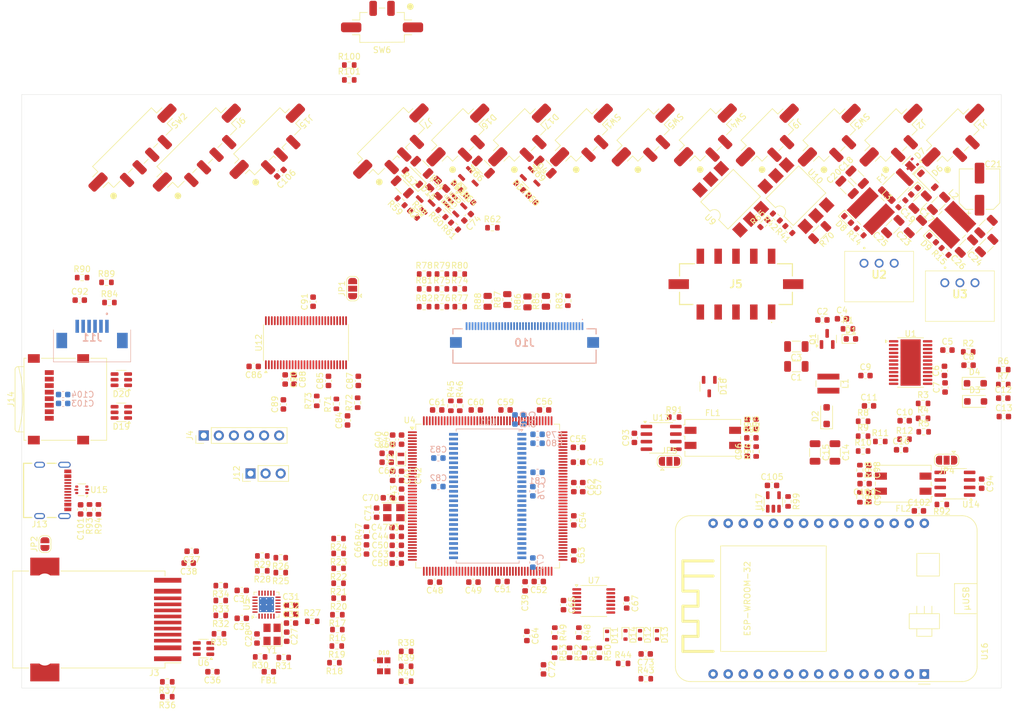
<source format=kicad_pcb>
(kicad_pcb
	(version 20241229)
	(generator "pcbnew")
	(generator_version "9.0")
	(general
		(thickness 1.6)
		(legacy_teardrops no)
	)
	(paper "A4")
	(layers
		(0 "F.Cu" signal)
		(4 "In1.Cu" power)
		(6 "In2.Cu" power)
		(2 "B.Cu" signal)
		(9 "F.Adhes" user "F.Adhesive")
		(11 "B.Adhes" user "B.Adhesive")
		(13 "F.Paste" user)
		(15 "B.Paste" user)
		(5 "F.SilkS" user "F.Silkscreen")
		(7 "B.SilkS" user "B.Silkscreen")
		(1 "F.Mask" user)
		(3 "B.Mask" user)
		(17 "Dwgs.User" user "User.Drawings")
		(19 "Cmts.User" user "User.Comments")
		(21 "Eco1.User" user "User.Eco1")
		(23 "Eco2.User" user "User.Eco2")
		(25 "Edge.Cuts" user)
		(27 "Margin" user)
		(31 "F.CrtYd" user "F.Courtyard")
		(29 "B.CrtYd" user "B.Courtyard")
		(35 "F.Fab" user)
		(33 "B.Fab" user)
		(39 "User.1" user)
		(41 "User.2" user)
		(43 "User.3" user)
		(45 "User.4" user)
		(47 "User.5" user)
		(49 "User.6" user)
		(51 "User.7" user)
		(53 "User.8" user)
		(55 "User.9" user)
	)
	(setup
		(stackup
			(layer "F.SilkS"
				(type "Top Silk Screen")
			)
			(layer "F.Paste"
				(type "Top Solder Paste")
			)
			(layer "F.Mask"
				(type "Top Solder Mask")
				(thickness 0.01)
			)
			(layer "F.Cu"
				(type "copper")
				(thickness 0.035)
			)
			(layer "dielectric 1"
				(type "prepreg")
				(thickness 0.1)
				(material "FR4")
				(epsilon_r 4.5)
				(loss_tangent 0.02)
			)
			(layer "In1.Cu"
				(type "copper")
				(thickness 0.035)
			)
			(layer "dielectric 2"
				(type "core")
				(thickness 1.24)
				(material "FR4")
				(epsilon_r 4.5)
				(loss_tangent 0.02)
			)
			(layer "In2.Cu"
				(type "copper")
				(thickness 0.035)
			)
			(layer "dielectric 3"
				(type "prepreg")
				(thickness 0.1)
				(material "FR4")
				(epsilon_r 4.5)
				(loss_tangent 0.02)
			)
			(layer "B.Cu"
				(type "copper")
				(thickness 0.035)
			)
			(layer "B.Mask"
				(type "Bottom Solder Mask")
				(thickness 0.01)
			)
			(layer "B.Paste"
				(type "Bottom Solder Paste")
			)
			(layer "B.SilkS"
				(type "Bottom Silk Screen")
			)
			(copper_finish "None")
			(dielectric_constraints no)
		)
		(pad_to_mask_clearance 0)
		(allow_soldermask_bridges_in_footprints no)
		(tenting front back)
		(pcbplotparams
			(layerselection 0x00000000_00000000_55555555_5755f5ff)
			(plot_on_all_layers_selection 0x00000000_00000000_00000000_00000000)
			(disableapertmacros no)
			(usegerberextensions no)
			(usegerberattributes yes)
			(usegerberadvancedattributes yes)
			(creategerberjobfile yes)
			(dashed_line_dash_ratio 12.000000)
			(dashed_line_gap_ratio 3.000000)
			(svgprecision 4)
			(plotframeref no)
			(mode 1)
			(useauxorigin no)
			(hpglpennumber 1)
			(hpglpenspeed 20)
			(hpglpendiameter 15.000000)
			(pdf_front_fp_property_popups yes)
			(pdf_back_fp_property_popups yes)
			(pdf_metadata yes)
			(pdf_single_document no)
			(dxfpolygonmode yes)
			(dxfimperialunits yes)
			(dxfusepcbnewfont yes)
			(psnegative no)
			(psa4output no)
			(plot_black_and_white yes)
			(plotinvisibletext no)
			(sketchpadsonfab no)
			(plotpadnumbers no)
			(hidednponfab no)
			(sketchdnponfab yes)
			(crossoutdnponfab yes)
			(subtractmaskfromsilk no)
			(outputformat 1)
			(mirror no)
			(drillshape 1)
			(scaleselection 1)
			(outputdirectory "")
		)
	)
	(net 0 "")
	(net 1 "+3V3_FER")
	(net 2 "Earth")
	(net 3 "/Ethernet/LED_G")
	(net 4 "/Ethernet/LED_Y")
	(net 5 "GND")
	(net 6 "+3V3")
	(net 7 "+5V")
	(net 8 "/Power/3V3_Display")
	(net 9 "Net-(C5-Pad2)")
	(net 10 "Net-(U1-COMP)")
	(net 11 "Net-(U1-C1+)")
	(net 12 "Net-(U1-C1-)")
	(net 13 "Net-(U1-C2+)")
	(net 14 "Net-(U1-C2-)")
	(net 15 "Net-(U1-DRV)")
	(net 16 "Net-(U1-FB1)")
	(net 17 "Net-(U1-REF)")
	(net 18 "Net-(U1-VCOMIN)")
	(net 19 "+24V")
	(net 20 "Net-(U3-VI)")
	(net 21 "Net-(U2-VI)")
	(net 22 "/Peripherals/V_{ref}")
	(net 23 "Net-(D1-A)")
	(net 24 "Net-(D15-K)")
	(net 25 "/IEC_Charging_Circuit/CP")
	(net 26 "/IEC_Charging_Circuit/PP")
	(net 27 "Net-(J10-Pin_1)")
	(net 28 "/Core/EV_Start_Charging")
	(net 29 "/Display/LCD_VGL")
	(net 30 "Net-(Q1-B)")
	(net 31 "Net-(Q2-G)")
	(net 32 "Net-(U1-FB3)")
	(net 33 "Net-(U1-FB2)")
	(net 34 "/IEC_Charging_Circuit/PWM_SENSE")
	(net 35 "/Core/Charging_Point_PWM")
	(net 36 "/Core/~{IMD_Error_LED}")
	(net 37 "/SDRAM/D9")
	(net 38 "/SDRAM/A11")
	(net 39 "/Core/~{AMS_Error_LED}")
	(net 40 "/SDRAM/D0")
	(net 41 "unconnected-(U4B-PC13-Pad8)")
	(net 42 "unconnected-(U4B-PD4-Pad146)")
	(net 43 "/Core/PCAP_RST")
	(net 44 "/Display/B5")
	(net 45 "unconnected-(U4B-PI8-Pad7)")
	(net 46 "/SDRAM/D14")
	(net 47 "/SDRAM/D2")
	(net 48 "/SDRAM/D4")
	(net 49 "/Core/OSC_in")
	(net 50 "/Core/SWCLK")
	(net 51 "unconnected-(U4B-PG3-Pad107)")
	(net 52 "/Display/R2")
	(net 53 "/SDRAM/A3")
	(net 54 "/SDRAM/D13")
	(net 55 "/Core/LCD_Reset")
	(net 56 "/Display/R0")
	(net 57 "/SDRAM/A2")
	(net 58 "/Display/R7")
	(net 59 "/Display/B4")
	(net 60 "/Core/AMS_Reset_in")
	(net 61 "/Core/AMS_Reset_out")
	(net 62 "/Core/SDC_out")
	(net 63 "/SDRAM/A0")
	(net 64 "unconnected-(U4B-PF8-Pad26)")
	(net 65 "/SDRAM/SDNE0")
	(net 66 "/Core/SWDIO")
	(net 67 "/SDRAM/A10")
	(net 68 "unconnected-(U4B-PC10-Pad139)")
	(net 69 "/Display/G0")
	(net 70 "/SDRAM/BA0")
	(net 71 "/Ethernet/RMII_TX_EN")
	(net 72 "/Core/NRST")
	(net 73 "/SDRAM/D12")
	(net 74 "/SDRAM/NBL0")
	(net 75 "/Display/B0")
	(net 76 "unconnected-(U4B-PD3-Pad145)")
	(net 77 "/Display/G2")
	(net 78 "/Display/R1")
	(net 79 "unconnected-(U4B-PI9-Pad11)")
	(net 80 "/SDRAM/SDNWE")
	(net 81 "/Ethernet/RMII_RXD1")
	(net 82 "/SDRAM/A9")
	(net 83 "/SDRAM/D11")
	(net 84 "unconnected-(U4B-PI6-Pad175)")
	(net 85 "/Display/DE")
	(net 86 "/Display/G3")
	(net 87 "/Display/CLK")
	(net 88 "/Peripherals/USART_RX")
	(net 89 "unconnected-(U4B-PB5-Pad163)")
	(net 90 "unconnected-(U4B-PI3-Pad134)")
	(net 91 "/Peripherals/USB_OTG_VBUS")
	(net 92 "/SDRAM/A4")
	(net 93 "/Display/B3")
	(net 94 "/Peripherals/SDMMC_D0")
	(net 95 "/SDRAM/D15")
	(net 96 "/SDRAM/D3")
	(net 97 "/Display/G4")
	(net 98 "/SDRAM/A7")
	(net 99 "/SDRAM/A12")
	(net 100 "Net-(U4F-BOOT0)")
	(net 101 "unconnected-(U4B-PD7-Pad151)")
	(net 102 "/Display/G7")
	(net 103 "/Core/LED_B")
	(net 104 "/Ethernet/RMII_MDIO")
	(net 105 "/Display/G1")
	(net 106 "/Display/R6")
	(net 107 "/SDRAM/D6")
	(net 108 "/SDRAM/A1")
	(net 109 "/SDRAM/D8")
	(net 110 "/Display/B6")
	(net 111 "/Display/R4")
	(net 112 "/Core/OSC_out")
	(net 113 "unconnected-(U4B-PA15-Pad138)")
	(net 114 "/SDRAM/A5")
	(net 115 "/Display/G6")
	(net 116 "/Peripherals/ESP_RX")
	(net 117 "unconnected-(U4B-PF9-Pad27)")
	(net 118 "/Display/G5")
	(net 119 "/Core/LED_G")
	(net 120 "/Display/R5")
	(net 121 "unconnected-(U4B-PE2-Pad1)")
	(net 122 "/Ethernet/RMII_TXD1")
	(net 123 "/SDRAM/D5")
	(net 124 "/Peripherals/SDMMC_CMD")
	(net 125 "/SDRAM/D1")
	(net 126 "Net-(U4A-VREF+)")
	(net 127 "/Display/B1")
	(net 128 "/Display/B7")
	(net 129 "unconnected-(U4B-PD11-Pad99)")
	(net 130 "/Ethernet/RMII_MDC")
	(net 131 "unconnected-(U4B-PE3-Pad2)")
	(net 132 "/Core/OSC32_in")
	(net 133 "/SDRAM/SDCLK")
	(net 134 "/Peripherals/USART_TX")
	(net 135 "unconnected-(U4B-PA10-Pad121)")
	(net 136 "/Core/LED_R")
	(net 137 "/SDRAM/SDCKE0")
	(net 138 "/Ethernet/RMII_RXD0")
	(net 139 "unconnected-(U4B-PC11-Pad140)")
	(net 140 "/Ethernet/RMII_CRS_DV")
	(net 141 "/Core/TRACESWO")
	(net 142 "/Display/HSYNC")
	(net 143 "/Ethernet/RMII_TXD0")
	(net 144 "/SDRAM/D10")
	(net 145 "/SDRAM/SDNCAS")
	(net 146 "/Display/R3")
	(net 147 "/Core/OSC32_out")
	(net 148 "/Display/VSYNC")
	(net 149 "/SDRAM/D7")
	(net 150 "unconnected-(U4B-PG9-Pad152)")
	(net 151 "/SDRAM/BA1")
	(net 152 "/SDRAM/SDNRAS")
	(net 153 "/SDRAM/A6")
	(net 154 "/SDRAM/NBL1")
	(net 155 "/Display/B2")
	(net 156 "/Ethernet/RMII_REF_CLK")
	(net 157 "/SDRAM/A8")
	(net 158 "unconnected-(U4B-PB2-Pad58)")
	(net 159 "/Ethernet/XTAL2")
	(net 160 "/Ethernet/XTAL1")
	(net 161 "/Peripherals/ESP_TX")
	(net 162 "/Peripherals/STM_CAN_TX")
	(net 163 "/Peripherals/STM_CAN_RX")
	(net 164 "/Peripherals/SDMMC_CK")
	(net 165 "/Peripherals/ESP_CAN_RX")
	(net 166 "/SDC_and_SCS/RSD_in")
	(net 167 "/SDC_and_SCS/RSD_out")
	(net 168 "/Core/CANH")
	(net 169 "/Core/CANL")
	(net 170 "/Peripherals/ESP_CAN_TX")
	(net 171 "/Display/LCD_VGH")
	(net 172 "Net-(D5-A)")
	(net 173 "Net-(D9-A)")
	(net 174 "/Core/SDC_in")
	(net 175 "Net-(Q3-G)")
	(net 176 "Net-(Q4-G)")
	(net 177 "/Core/SDC_enable")
	(net 178 "/Display/I2C_SDA")
	(net 179 "/Display/I2C_SCL")
	(net 180 "/Display/LCD_SELB")
	(net 181 "VDD")
	(net 182 "/Display/LCD_STBYB")
	(net 183 "Net-(J1-Pin_1)")
	(net 184 "/Display/LCD_U{slash}D")
	(net 185 "/Display/LCD_L{slash}R")
	(net 186 "/Display/RXIN0-")
	(net 187 "/Display/RXCLKIN+")
	(net 188 "/Display/RXIN0+")
	(net 189 "/Display/RXIN2-")
	(net 190 "/Display/RXIN1-")
	(net 191 "/Display/RXIN2+")
	(net 192 "/Display/RXIN3+")
	(net 193 "/Display/RXIN3-")
	(net 194 "/Display/RXIN1+")
	(net 195 "/Display/RXCLKIN-")
	(net 196 "Net-(J2-Pin_1)")
	(net 197 "Net-(U4F-PDR_ON)")
	(net 198 "/Peripherals/SDMMC_D1")
	(net 199 "/Peripherals/SDMMC_D2")
	(net 200 "/Peripherals/SDMMC_D3")
	(net 201 "/Core/SDC_Voltage")
	(net 202 "/Core/TSAL_Green")
	(net 203 "/Core/TS_on")
	(net 204 "/Peripherals/USB_OTG_DP")
	(net 205 "/Peripherals/USB_OTG_DN")
	(net 206 "/Peripherals/D-")
	(net 207 "/Peripherals/D+")
	(net 208 "/Core/PCAP_Int")
	(net 209 "/Display/LCD_VDD")
	(net 210 "/Core/Encoder_push")
	(net 211 "/Core/Encoder_A")
	(net 212 "/Core/Encoder_B")
	(net 213 "/Ethernet/RXN")
	(net 214 "/Ethernet/TXN")
	(net 215 "/Ethernet/RXP")
	(net 216 "/Ethernet/TXP")
	(net 217 "/Core/SDC_on")
	(net 218 "/Core/EncB_on")
	(net 219 "/Core/EncPush_on")
	(net 220 "/Core/EncA_on")
	(net 221 "Net-(D16-A)")
	(net 222 "Net-(D16-K)")
	(net 223 "Net-(D17-K)")
	(net 224 "Net-(D17-A)")
	(net 225 "/Display/LCD_AVDD")
	(net 226 "/Display/VCOM")
	(net 227 "Net-(D7-K)")
	(net 228 "unconnected-(U4B-PH9-Pad86)")
	(net 229 "unconnected-(U4B-PH6-Pad83)")
	(net 230 "unconnected-(U4B-PH7-Pad84)")
	(net 231 "Net-(D3-A)")
	(net 232 "Net-(J13-CC2)")
	(net 233 "Net-(U5-VDDCR)")
	(net 234 "Net-(C39-Pad1)")
	(net 235 "Net-(C45-Pad1)")
	(net 236 "Net-(D11-K)")
	(net 237 "Net-(D12-K)")
	(net 238 "Net-(D13-K)")
	(net 239 "Net-(D14-K)")
	(net 240 "Net-(U15-VBUS)")
	(net 241 "Net-(D2-A)")
	(net 242 "Net-(D8-A)")
	(net 243 "Net-(D10-BK)")
	(net 244 "Net-(D10-GK)")
	(net 245 "Net-(D10-RK)")
	(net 246 "Net-(D11-A)")
	(net 247 "Net-(U13-CANH)")
	(net 248 "Net-(U13-CANL)")
	(net 249 "Net-(U14-CANH)")
	(net 250 "Net-(U14-CANL)")
	(net 251 "Net-(J3-Pad11)")
	(net 252 "Net-(J3-Pad2)")
	(net 253 "unconnected-(J3-NC-Pad9)")
	(net 254 "Net-(J5-Pin_2)")
	(net 255 "Net-(J13-CC1)")
	(net 256 "unconnected-(J10-Pin_27-Pad27)")
	(net 257 "unconnected-(J10-Pin_36-Pad36)")
	(net 258 "Net-(J10-Pin_35)")
	(net 259 "unconnected-(J10-Pin_24-Pad24)")
	(net 260 "unconnected-(J10-Pin_26-Pad26)")
	(net 261 "unconnected-(J10-Pin_4-Pad4)")
	(net 262 "Net-(J10-Pin_38)")
	(net 263 "unconnected-(J10-Pin_23-Pad23)")
	(net 264 "Net-(J10-Pin_29)")
	(net 265 "unconnected-(J10-Pin_37-Pad37)")
	(net 266 "unconnected-(J13-SBU2-PadB8)")
	(net 267 "unconnected-(J13-SBU1-PadA8)")
	(net 268 "Net-(Q2-D)")
	(net 269 "Net-(R29-Pad1)")
	(net 270 "Net-(J15-Pin_2)")
	(net 271 "Net-(JP4-C)")
	(net 272 "Net-(JP5-C)")
	(net 273 "Net-(R3-Pad2)")
	(net 274 "Net-(R8-Pad2)")
	(net 275 "Net-(U5-TXD0)")
	(net 276 "Net-(U5-TXD1)")
	(net 277 "Net-(U5-TXEN)")
	(net 278 "Net-(U5-RXD0{slash}MODE0)")
	(net 279 "Net-(U5-RXD1{slash}MODE1)")
	(net 280 "Net-(U5-CRS_DV{slash}MODE2)")
	(net 281 "Net-(U5-MDIO)")
	(net 282 "Net-(U5-MDC)")
	(net 283 "Net-(U5-~{INT}{slash}REFCLKO)")
	(net 284 "Net-(U5-RXER{slash}PHYAD0)")
	(net 285 "Net-(U5-RBIAS)")
	(net 286 "Net-(U8--)")
	(net 287 "/Ethernet/RMII_nRST")
	(net 288 "Net-(R65-Pad1)")
	(net 289 "Net-(R70-Pad2)")
	(net 290 "Net-(U12-CLKSEL)")
	(net 291 "Net-(U12-~{SHTDN})")
	(net 292 "Net-(R74-Pad2)")
	(net 293 "Net-(R75-Pad2)")
	(net 294 "Net-(U13-Rs)")
	(net 295 "Net-(U14-Rs)")
	(net 296 "Net-(U16-D21)")
	(net 297 "unconnected-(U7-Pad12)")
	(net 298 "unconnected-(U7-Pad10)")
	(net 299 "unconnected-(U9-Pad3)")
	(net 300 "unconnected-(U10-Pad3)")
	(net 301 "unconnected-(U10-Pad5)")
	(net 302 "unconnected-(U11-NC-Pad40)")
	(net 303 "unconnected-(U16-D26-Pad7)")
	(net 304 "unconnected-(U16-D2-Pad27)")
	(net 305 "unconnected-(U16-VIN-Pad1)")
	(net 306 "unconnected-(U16-D34-Pad12)")
	(net 307 "unconnected-(U16-D39{slash}VN-Pad13)")
	(net 308 "unconnected-(U16-D19-Pad21)")
	(net 309 "unconnected-(U16-D36{slash}VP-Pad14)")
	(net 310 "unconnected-(U16-TX0{slash}D1-Pad18)")
	(net 311 "unconnected-(U16-D14-Pad5)")
	(net 312 "unconnected-(U16-D25-Pad8)")
	(net 313 "unconnected-(U16-D15-Pad28)")
	(net 314 "unconnected-(U16-D13-Pad3)")
	(net 315 "unconnected-(U16-D23-Pad16)")
	(net 316 "unconnected-(U16-D27-Pad6)")
	(net 317 "unconnected-(U16-EN-Pad15)")
	(net 318 "unconnected-(U16-D33-Pad9)")
	(net 319 "unconnected-(U16-D22-Pad17)")
	(net 320 "unconnected-(U16-D35-Pad11)")
	(net 321 "unconnected-(U16-D18-Pad22)")
	(net 322 "unconnected-(U16-D12-Pad4)")
	(net 323 "unconnected-(U16-D32-Pad10)")
	(net 324 "unconnected-(U16-RX0{slash}D3-Pad19)")
	(net 325 "unconnected-(U17-NC-Pad1)")
	(footprint "Capacitor_SMD:C_1206_3216Metric" (layer "F.Cu") (at 218 62.3 45))
	(footprint "Capacitor_SMD:C_0603_1608Metric" (layer "F.Cu") (at 206.3 96.41))
	(footprint "Package_SO:SOIC-8_3.9x4.9mm_P1.27mm" (layer "F.Cu") (at 220.76 109.525 180))
	(footprint "Resistor_SMD:R_0603_1608Metric" (layer "F.Cu") (at 73.825 74.8))
	(footprint "Resistor_SMD:R_0603_1608Metric" (layer "F.Cu") (at 107.265 121.99 180))
	(footprint "Capacitor_SMD:C_0603_1608Metric" (layer "F.Cu") (at 108.01 91.9625 -90))
	(footprint "Capacitor_SMD:C_1206_3216Metric" (layer "F.Cu") (at 226.1 69.4 45))
	(footprint "Capacitor_SMD:C_0603_1608Metric" (layer "F.Cu") (at 154.862501 129.975 -90))
	(footprint "Resistor_SMD:R_0603_1608Metric" (layer "F.Cu") (at 137.4 79.7))
	(footprint "Capacitor_SMD:C_0603_1608Metric" (layer "F.Cu") (at 211.7 103.81))
	(footprint "Charger:ESP32-WROOM-32-DevKit-30Pin" (layer "F.Cu") (at 215.61 141.585 90))
	(footprint "Inductor_SMD:L_Wuerth_WE-PD2-Typ-MS" (layer "F.Cu") (at 206.6 63.6 -45))
	(footprint "Package_TO_SOT_SMD:SOT-23-3" (layer "F.Cu") (at 149.578751 58.078751 -45))
	(footprint "Resistor_SMD:R_0603_1608Metric" (layer "F.Cu") (at 97.165 131.71 180))
	(footprint "Package_DIP:SMDIP-6_W9.53mm" (layer "F.Cu") (at 183 61.6 135))
	(footprint "FaSTTUBe_connectors:Micro_Mate-N-Lok_2p_vertical" (layer "F.Cu") (at 220.4 50.8 -135))
	(footprint "Resistor_SMD:R_0603_1608Metric" (layer "F.Cu") (at 187.3 99.5 90))
	(footprint "Resistor_SMD:R_0603_1608Metric" (layer "F.Cu") (at 118.8 38.99))
	(footprint "Diode_SMD:D_SOD-123" (layer "F.Cu") (at 216.2 58.4 -45))
	(footprint "Inductor_SMD:L_0603_1608Metric" (layer "F.Cu") (at 105.265 141.2 180))
	(footprint "Resistor_SMD:R_0603_1608Metric" (layer "F.Cu") (at 75.07 113.85 -90))
	(footprint "Inductor_SMD:L_Wuerth_WE-PD2-Typ-MS" (layer "F.Cu") (at 220.3 65.9 45))
	(footprint "LED_SMD:LED_0603_1608Metric" (layer "F.Cu") (at 213.956847 60.243153 -135))
	(footprint "Capacitor_SMD:CP_Elec_6.3x7.7" (layer "F.Cu") (at 224.9 59.9 90))
	(footprint "Capacitor_SMD:C_0603_1608Metric" (layer "F.Cu") (at 206.26 107.215 90))
	(footprint "LED_SMD:LED_0603_1608Metric" (layer "F.Cu") (at 203.25 85.135))
	(footprint "Resistor_SMD:R_0603_1608Metric" (layer "F.Cu") (at 88.165 145.41 180))
	(footprint "Resistor_SMD:R_0603_1608Metric" (layer "F.Cu") (at 139.078751 61.578751 -45))
	(footprint "Capacitor_SMD:C_1206_3216Metric" (layer "F.Cu") (at 194.0625 86.41 180))
	(footprint "Resistor_SMD:R_0603_1608Metric" (layer "F.Cu") (at 228.9 90.3))
	(footprint "Resistor_SMD:R_0603_1608Metric" (layer "F.Cu") (at 147.478751 59.478751 -45))
	(footprint "Capacitor_SMD:C_0603_1608Metric" (layer "F.Cu") (at 126.8 116.9))
	(footprint "Charger:173010542" (layer "F.Cu") (at 208 74.3))
	(footprint "FaSTTUBe_connectors:Micro_Mate-N-Lok_2p_vertical" (layer "F.Cu") (at 178.757502 50.757502 -135))
	(footprint "Resistor_SMD:R_0603_1608Metric" (layer "F.Cu") (at 129.621249 64.130437 -45))
	(footprint "Capacitor_SMD:C_0603_1608Metric" (layer "F.Cu") (at 140.1 97.1 180))
	(footprint "Resistor_SMD:R_0603_1608Metric" (layer "F.Cu") (at 116.7 136.87 180))
	(footprint "Jumper:SolderJumper-3_P1.3mm_Open_RoundedPad1.0x1.5mm"
		(layer "F.Cu")
		(uuid "29de3857-4c24-4207-87a7-be0ffcfd669c")
		(at 172.699998 105.757501)
		(descr "SMD Solder 3-pad Jumper, 1x1.5mm rounded Pads, 0.3mm gap, open")
		(tags "solder jumper open")
		(property "Reference" "JP5"
			(at 0 -1.8 0)
			(layer "F.SilkS")
			(uuid "aeeb1c00-2647-4d9f-b162-9845488d80e0")
			(effects
				(font
					(size 1 1)
					(thickness 0.15)
				)
			)
		)
		(property "Value" "SolderJumper_3_Open"
			(at 0 1.9 0)
			(layer "F.Fab")
			(uuid "1099a699-2d13-4088-9388-4e45b0a7c912")
			(effects
				(font
					(size 1 1)
					(thickness 0.15)
				)
			)
		)
		(property "Datasheet" ""
			(at 0 0 0)
			(unlocked yes)
			(layer "F.Fab")
			(hide yes)
			(uuid "ed21f349-0b60-4762-a228-594b6ed12ee9")
			(effects
				(font
					(size 1.27 1.27)
					(thickness 0.15)
				)
			)
		)
		(property "Description" ""
			(at 0 0 0)
			(unlocked yes)
			(layer "F.Fab")
			(hide yes)
			(uuid "fb5383e5-5b60-4bcd-8d91-366afae31da4")
			(effects
				(font
					(size 1.27 1.27)
					(thickness 0.15)
				)
			)
		)
		(property ki_fp_filters "SolderJumper*Open*")
		(path "/80927836-8e39-47ea-8430-ab9d018fcb5d/62cf95ef-c754-4abd-bde5-8b306ca72c4c")
		(sheetname "/Peripherals/")
		(sheetfile "Peripherals.kicad_sch")
		(zone_connect 1)
		(attr exclude_from_pos_files)
		(fp_line
			(start -2.05 0.3)
			(end -2.05 -0.3)
			(stroke
				(width 0.12)
				(type solid)
			)
			(layer "F.SilkS")
			(uuid "abd65570-ec63-45e2-98dd-a3fb568cde8a")
		)
		(fp_line
			(start -1.5 1.5)
			(end -0.9 1.5)
			(stroke
				(width 0.12)
				(type solid)
			)
			(layer "F.SilkS")
			(uuid "2663d287-5c26-4cc0-82ae-d5841b5350b4")
		)
		(fp_line
			(start -1.4 -1)
			(end 1.4 -1)
			(stroke
				(width 0.12)
				(type solid)
			)
			(layer "F.SilkS")
			(uuid "d57b7ce1-c82f-4a2e-928b-5d98250fe991")
		)
		(fp_line
			(start -1.2 1.2)
			(end -1.5 1.5)
			(stroke
				(width 0.12)
				(type solid)
			)
			(layer "F.SilkS")
			(uuid "95ff4e04-6803-4d27-8f80-b521dc8b3aa0")
		)
		(fp_line
			(start -1.2 1.2)
			(end -0.9 1.5)
			(stroke
				(width 0.12)
				(type solid)
			)
			(layer "F.SilkS")
			(uuid "9a4f8e9e-ce39-4ca7-906a-d404bc3a91f5")
		)
		(fp_line
			(start 1.4 1)
			(end -1.4 1)
			(stroke
				(width 0.12)
				(type solid)
			)
			(layer "F.SilkS")
			(uuid "e3cc7e3a-fd64-4fb0-a515-f60cf87c8977")
		)
		(fp_line
			(start 2.05 -0.3)
			(end 2.05 0.3)
			(stroke
				(width 0.12)
				(type solid)
			)
			(layer "F.SilkS")
			(uuid "13778684-c25b-4c21-b145-457ed02da32b")
		)
		(fp_arc
			(start -2.05 -0.3)
			(mid -1.844975 -0.794975)
			(end -1.35 -1)
			(stroke
				(width 0.12)
				(type solid)
			)
			(laye
... [1201946 chars truncated]
</source>
